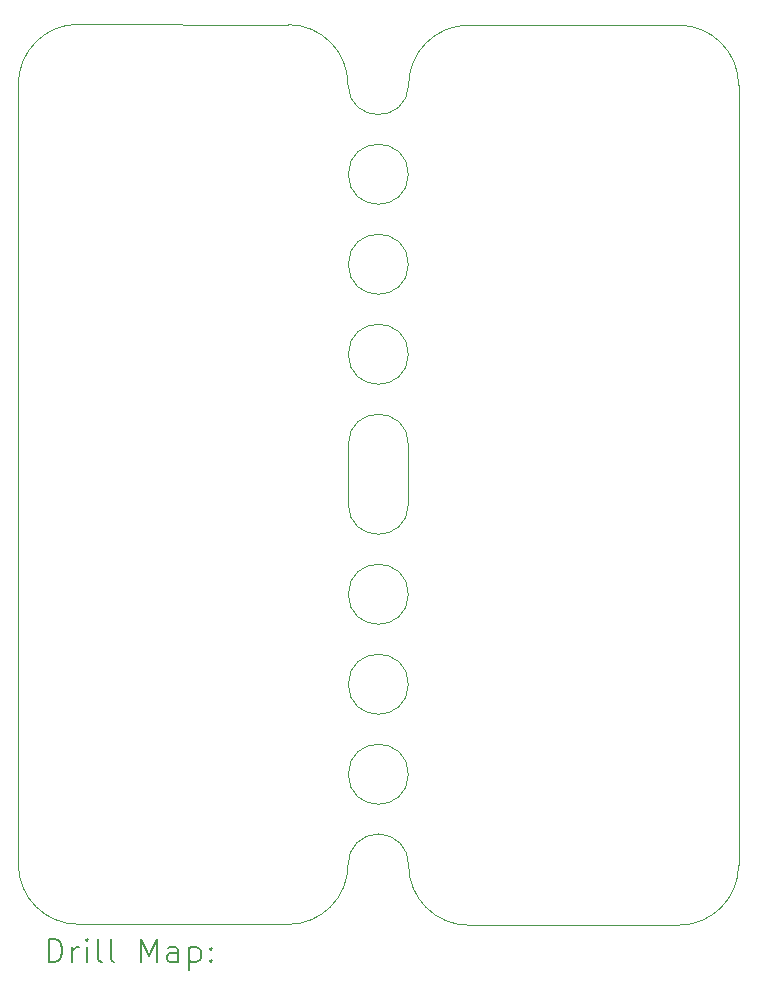
<source format=gbr>
%TF.GenerationSoftware,KiCad,Pcbnew,8.0.5*%
%TF.CreationDate,2024-11-16T12:50:35+01:00*%
%TF.ProjectId,esp8266-expansion-board,65737038-3236-4362-9d65-7870616e7369,rev?*%
%TF.SameCoordinates,Original*%
%TF.FileFunction,Drillmap*%
%TF.FilePolarity,Positive*%
%FSLAX45Y45*%
G04 Gerber Fmt 4.5, Leading zero omitted, Abs format (unit mm)*
G04 Created by KiCad (PCBNEW 8.0.5) date 2024-11-16 12:50:35*
%MOMM*%
%LPD*%
G01*
G04 APERTURE LIST*
%ADD10C,0.050000*%
%ADD11C,0.200000*%
G04 APERTURE END LIST*
D10*
X5842000Y-3810000D02*
G75*
G02*
X5334000Y-3810000I-254000J0D01*
G01*
X5334000Y-3810000D02*
G75*
G02*
X5842000Y-3810000I254000J0D01*
G01*
X5842000Y-4572000D02*
G75*
G02*
X5334000Y-4572000I-254000J0D01*
G01*
X5334000Y-4572000D02*
G75*
G02*
X5842000Y-4572000I254000J0D01*
G01*
X5842000Y-5334000D02*
G75*
G02*
X5334000Y-5334000I-254000J0D01*
G01*
X5334000Y-5334000D02*
G75*
G02*
X5842000Y-5334000I254000J0D01*
G01*
X5331421Y-9655601D02*
G75*
G02*
X4825928Y-10161058I-505493J36D01*
G01*
X6352482Y-10167929D02*
G75*
G02*
X5844481Y-9659929I-2J507999D01*
G01*
X4825928Y-2543565D02*
G75*
G02*
X5330422Y-3051593I72J-504435D01*
G01*
X5844482Y-3055929D02*
G75*
G02*
X6352482Y-2547932I507998J-1D01*
G01*
X5331421Y-9655601D02*
G75*
G02*
X5844482Y-9659929I256579J3601D01*
G01*
X8130482Y-10167929D02*
X6352482Y-10167929D01*
X3047927Y-2539915D02*
X4825928Y-2543565D01*
X8130482Y-2547929D02*
G75*
G02*
X8638481Y-3055929I-2J-508001D01*
G01*
X8638482Y-9659929D02*
G75*
G02*
X8130482Y-10167932I-508002J-1D01*
G01*
X8638481Y-3055929D02*
X8638482Y-9659929D01*
X6352482Y-2547929D02*
X8130482Y-2547929D01*
X5334000Y-6096000D02*
G75*
G02*
X5842000Y-6096000I254000J0D01*
G01*
X5842000Y-6604000D02*
G75*
G02*
X5334000Y-6604000I-254000J0D01*
G01*
X5842000Y-8128000D02*
G75*
G02*
X5334000Y-8128000I-254000J0D01*
G01*
X5334000Y-8128000D02*
G75*
G02*
X5842000Y-8128000I254000J0D01*
G01*
X5842000Y-6096000D02*
X5842000Y-6604000D01*
X5844482Y-3055929D02*
G75*
G02*
X5331421Y-3051601I-256482J7929D01*
G01*
X2539928Y-3051565D02*
G75*
G02*
X3047927Y-2539915I508072J3565D01*
G01*
X2539928Y-9655565D02*
X2539928Y-3051565D01*
X5842000Y-7366000D02*
G75*
G02*
X5334000Y-7366000I-254000J0D01*
G01*
X5334000Y-7366000D02*
G75*
G02*
X5842000Y-7366000I254000J0D01*
G01*
X5842000Y-8890000D02*
G75*
G02*
X5334000Y-8890000I-254000J0D01*
G01*
X5334000Y-8890000D02*
G75*
G02*
X5842000Y-8890000I254000J0D01*
G01*
X5334000Y-6096000D02*
X5334000Y-6604000D01*
X4825928Y-10161059D02*
X3048000Y-10160000D01*
X3048000Y-10160085D02*
G75*
G02*
X2539928Y-9655565I0J508085D01*
G01*
D11*
X2798192Y-10481913D02*
X2798192Y-10281913D01*
X2798192Y-10281913D02*
X2845811Y-10281913D01*
X2845811Y-10281913D02*
X2874383Y-10291437D01*
X2874383Y-10291437D02*
X2893430Y-10310484D01*
X2893430Y-10310484D02*
X2902954Y-10329532D01*
X2902954Y-10329532D02*
X2912478Y-10367627D01*
X2912478Y-10367627D02*
X2912478Y-10396199D01*
X2912478Y-10396199D02*
X2902954Y-10434294D01*
X2902954Y-10434294D02*
X2893430Y-10453341D01*
X2893430Y-10453341D02*
X2874383Y-10472389D01*
X2874383Y-10472389D02*
X2845811Y-10481913D01*
X2845811Y-10481913D02*
X2798192Y-10481913D01*
X2998192Y-10481913D02*
X2998192Y-10348579D01*
X2998192Y-10386675D02*
X3007716Y-10367627D01*
X3007716Y-10367627D02*
X3017240Y-10358103D01*
X3017240Y-10358103D02*
X3036287Y-10348579D01*
X3036287Y-10348579D02*
X3055335Y-10348579D01*
X3122002Y-10481913D02*
X3122002Y-10348579D01*
X3122002Y-10281913D02*
X3112478Y-10291437D01*
X3112478Y-10291437D02*
X3122002Y-10300960D01*
X3122002Y-10300960D02*
X3131525Y-10291437D01*
X3131525Y-10291437D02*
X3122002Y-10281913D01*
X3122002Y-10281913D02*
X3122002Y-10300960D01*
X3245811Y-10481913D02*
X3226764Y-10472389D01*
X3226764Y-10472389D02*
X3217240Y-10453341D01*
X3217240Y-10453341D02*
X3217240Y-10281913D01*
X3350573Y-10481913D02*
X3331525Y-10472389D01*
X3331525Y-10472389D02*
X3322002Y-10453341D01*
X3322002Y-10453341D02*
X3322002Y-10281913D01*
X3579145Y-10481913D02*
X3579145Y-10281913D01*
X3579145Y-10281913D02*
X3645811Y-10424770D01*
X3645811Y-10424770D02*
X3712478Y-10281913D01*
X3712478Y-10281913D02*
X3712478Y-10481913D01*
X3893430Y-10481913D02*
X3893430Y-10377151D01*
X3893430Y-10377151D02*
X3883906Y-10358103D01*
X3883906Y-10358103D02*
X3864859Y-10348579D01*
X3864859Y-10348579D02*
X3826764Y-10348579D01*
X3826764Y-10348579D02*
X3807716Y-10358103D01*
X3893430Y-10472389D02*
X3874383Y-10481913D01*
X3874383Y-10481913D02*
X3826764Y-10481913D01*
X3826764Y-10481913D02*
X3807716Y-10472389D01*
X3807716Y-10472389D02*
X3798192Y-10453341D01*
X3798192Y-10453341D02*
X3798192Y-10434294D01*
X3798192Y-10434294D02*
X3807716Y-10415246D01*
X3807716Y-10415246D02*
X3826764Y-10405722D01*
X3826764Y-10405722D02*
X3874383Y-10405722D01*
X3874383Y-10405722D02*
X3893430Y-10396199D01*
X3988668Y-10348579D02*
X3988668Y-10548579D01*
X3988668Y-10358103D02*
X4007716Y-10348579D01*
X4007716Y-10348579D02*
X4045811Y-10348579D01*
X4045811Y-10348579D02*
X4064859Y-10358103D01*
X4064859Y-10358103D02*
X4074383Y-10367627D01*
X4074383Y-10367627D02*
X4083906Y-10386675D01*
X4083906Y-10386675D02*
X4083906Y-10443818D01*
X4083906Y-10443818D02*
X4074383Y-10462865D01*
X4074383Y-10462865D02*
X4064859Y-10472389D01*
X4064859Y-10472389D02*
X4045811Y-10481913D01*
X4045811Y-10481913D02*
X4007716Y-10481913D01*
X4007716Y-10481913D02*
X3988668Y-10472389D01*
X4169621Y-10462865D02*
X4179145Y-10472389D01*
X4179145Y-10472389D02*
X4169621Y-10481913D01*
X4169621Y-10481913D02*
X4160097Y-10472389D01*
X4160097Y-10472389D02*
X4169621Y-10462865D01*
X4169621Y-10462865D02*
X4169621Y-10481913D01*
X4169621Y-10358103D02*
X4179145Y-10367627D01*
X4179145Y-10367627D02*
X4169621Y-10377151D01*
X4169621Y-10377151D02*
X4160097Y-10367627D01*
X4160097Y-10367627D02*
X4169621Y-10358103D01*
X4169621Y-10358103D02*
X4169621Y-10377151D01*
M02*

</source>
